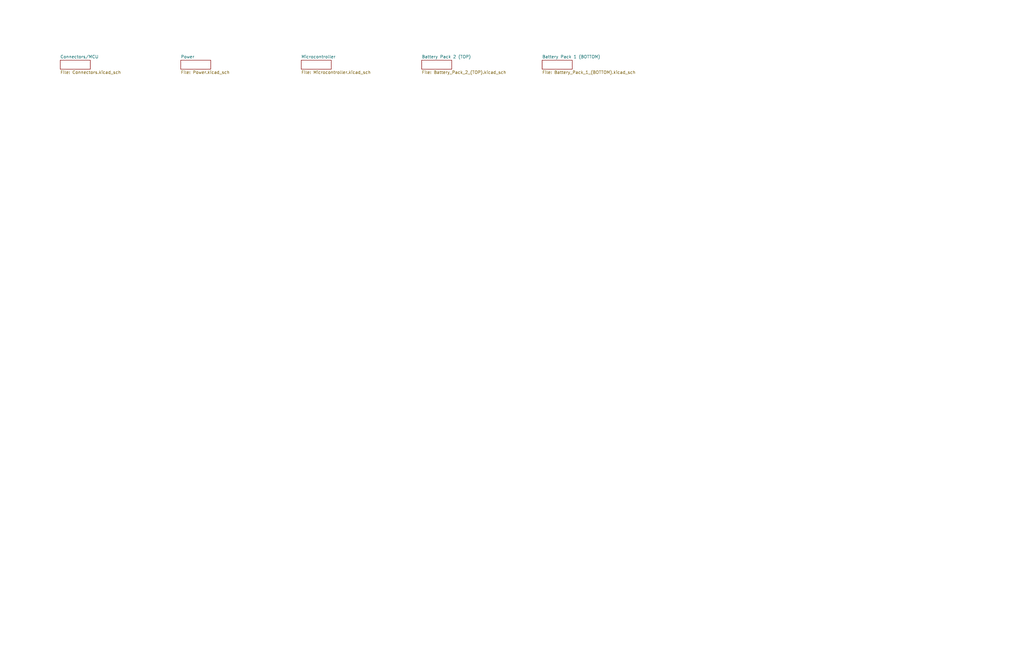
<source format=kicad_sch>
(kicad_sch (version 20211123) (generator eeschema)
  (paper "USLedger")
  (title_block (title "OreSat Battery Card") (rev "1.0"))
  (lib_symbols)
  (sheet (at 228.6 25.4) (size 12.7 3.81)
    (property "Sheet name" "Battery Pack 1 (BOTTOM)" (at 228.6 24.6884 0) (effects (justify left bottom)))
    (property "Sheet file" "Battery_Pack_1_(BOTTOM).kicad_sch" (at 228.6 29.7946 0) (effects (justify left top)))
  )
  (sheet (at 127 25.4) (size 12.7 3.81)
    (property "Sheet name" "Microcontroller" (at 127 24.6884 0) (effects (justify left bottom)))
    (property "Sheet file" "Microcontroller.kicad_sch" (at 127 29.7946 0) (effects (justify left top)))
  )
  (sheet (at 25.4 25.4) (size 12.7 3.81)
    (property "Sheet name" "Connectors/MCU" (at 25.4 24.6884 0) (effects (justify left bottom)))
    (property "Sheet file" "Connectors.kicad_sch" (at 25.4 29.7946 0) (effects (justify left top)))
  )
  (sheet (at 177.8 25.4) (size 12.7 3.81)
    (property "Sheet name" "Battery Pack 2 (TOP)" (at 177.8 24.6884 0) (effects (justify left bottom)))
    (property "Sheet file" "Battery_Pack_2_(TOP).kicad_sch" (at 177.8 29.7946 0) (effects (justify left top)))
  )
  (sheet (at 76.2 25.4) (size 12.7 3.81)
    (property "Sheet name" "Power" (at 76.2 24.6884 0) (effects (justify left bottom)))
    (property "Sheet file" "Power.kicad_sch" (at 76.2 29.7946 0) (effects (justify left top)))
  )
)
</source>
